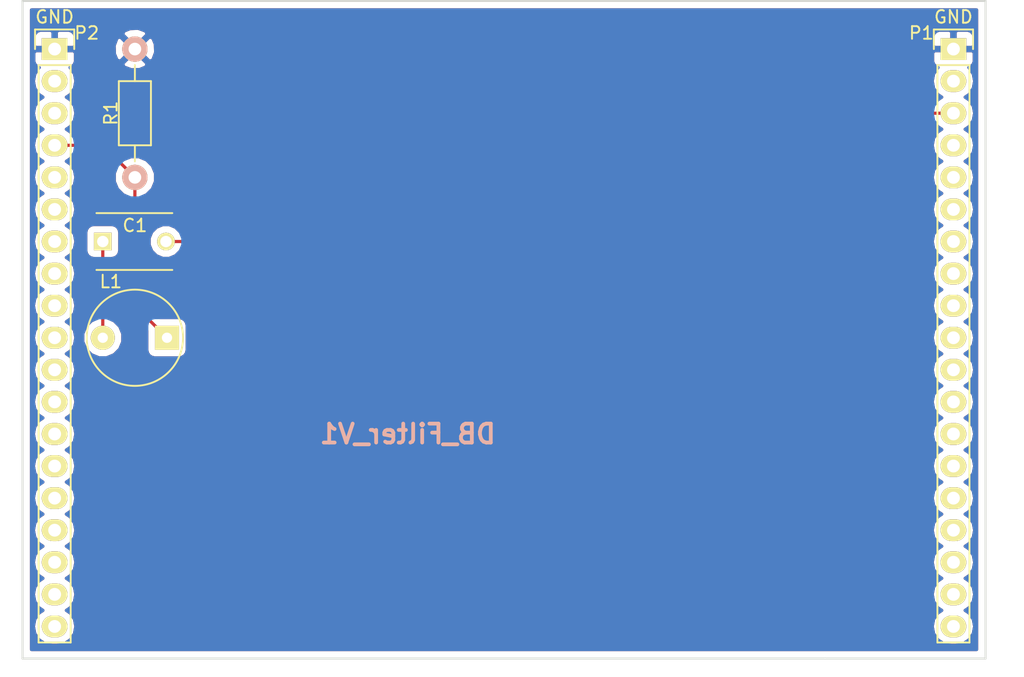
<source format=kicad_pcb>
(kicad_pcb (version 4) (host pcbnew 4.0.3+e1-6302~38~ubuntu16.04.1-stable)

  (general
    (links 6)
    (no_connects 0)
    (area 81.961667 59.614999 163.148334 113.47)
    (thickness 1.6)
    (drawings 6)
    (tracks 8)
    (zones 0)
    (modules 5)
    (nets 39)
  )

  (page A4)
  (layers
    (0 F.Cu signal)
    (31 B.Cu signal)
    (32 B.Adhes user)
    (33 F.Adhes user)
    (34 B.Paste user)
    (35 F.Paste user)
    (36 B.SilkS user)
    (37 F.SilkS user)
    (38 B.Mask user)
    (39 F.Mask user)
    (40 Dwgs.User user)
    (41 Cmts.User user)
    (42 Eco1.User user)
    (43 Eco2.User user)
    (44 Edge.Cuts user)
    (45 Margin user)
    (46 B.CrtYd user)
    (47 F.CrtYd user)
    (48 B.Fab user)
    (49 F.Fab user)
  )

  (setup
    (last_trace_width 0.25)
    (trace_clearance 0.2)
    (zone_clearance 0.508)
    (zone_45_only no)
    (trace_min 0.2)
    (segment_width 0.2)
    (edge_width 0.15)
    (via_size 0.6)
    (via_drill 0.4)
    (via_min_size 0.4)
    (via_min_drill 0.3)
    (uvia_size 0.3)
    (uvia_drill 0.1)
    (uvias_allowed no)
    (uvia_min_size 0.2)
    (uvia_min_drill 0.1)
    (pcb_text_width 0.3)
    (pcb_text_size 1.5 1.5)
    (mod_edge_width 0.15)
    (mod_text_size 1 1)
    (mod_text_width 0.15)
    (pad_size 1.524 1.524)
    (pad_drill 0.762)
    (pad_to_mask_clearance 0.2)
    (aux_axis_origin 0 0)
    (visible_elements 7FFFFFFF)
    (pcbplotparams
      (layerselection 0x000f0_80000001)
      (usegerberextensions false)
      (excludeedgelayer true)
      (linewidth 0.100000)
      (plotframeref false)
      (viasonmask false)
      (mode 1)
      (useauxorigin false)
      (hpglpennumber 1)
      (hpglpenspeed 20)
      (hpglpendiameter 15)
      (hpglpenoverlay 2)
      (psnegative false)
      (psa4output false)
      (plotreference true)
      (plotvalue true)
      (plotinvisibletext false)
      (padsonsilk false)
      (subtractmaskfromsilk false)
      (outputformat 1)
      (mirror false)
      (drillshape 0)
      (scaleselection 1)
      (outputdirectory gerber/))
  )

  (net 0 "")
  (net 1 "Net-(C1-Pad1)")
  (net 2 "Net-(C1-Pad2)")
  (net 3 "Net-(L1-Pad1)")
  (net 4 GND)
  (net 5 "Net-(P1-Pad2)")
  (net 6 "Net-(P1-Pad4)")
  (net 7 "Net-(P1-Pad5)")
  (net 8 "Net-(P1-Pad6)")
  (net 9 "Net-(P1-Pad7)")
  (net 10 "Net-(P1-Pad8)")
  (net 11 "Net-(P1-Pad9)")
  (net 12 "Net-(P1-Pad10)")
  (net 13 "Net-(P1-Pad11)")
  (net 14 "Net-(P1-Pad12)")
  (net 15 "Net-(P1-Pad13)")
  (net 16 "Net-(P1-Pad14)")
  (net 17 "Net-(P1-Pad15)")
  (net 18 "Net-(P1-Pad16)")
  (net 19 "Net-(P1-Pad17)")
  (net 20 "Net-(P1-Pad18)")
  (net 21 "Net-(P1-Pad19)")
  (net 22 "Net-(P2-Pad2)")
  (net 23 "Net-(P2-Pad3)")
  (net 24 "Net-(P2-Pad5)")
  (net 25 "Net-(P2-Pad6)")
  (net 26 "Net-(P2-Pad7)")
  (net 27 "Net-(P2-Pad8)")
  (net 28 "Net-(P2-Pad9)")
  (net 29 "Net-(P2-Pad10)")
  (net 30 "Net-(P2-Pad11)")
  (net 31 "Net-(P2-Pad12)")
  (net 32 "Net-(P2-Pad13)")
  (net 33 "Net-(P2-Pad14)")
  (net 34 "Net-(P2-Pad15)")
  (net 35 "Net-(P2-Pad16)")
  (net 36 "Net-(P2-Pad17)")
  (net 37 "Net-(P2-Pad18)")
  (net 38 "Net-(P2-Pad19)")

  (net_class Default "This is the default net class."
    (clearance 0.2)
    (trace_width 0.25)
    (via_dia 0.6)
    (via_drill 0.4)
    (uvia_dia 0.3)
    (uvia_drill 0.1)
    (add_net GND)
    (add_net "Net-(C1-Pad1)")
    (add_net "Net-(C1-Pad2)")
    (add_net "Net-(L1-Pad1)")
    (add_net "Net-(P1-Pad10)")
    (add_net "Net-(P1-Pad11)")
    (add_net "Net-(P1-Pad12)")
    (add_net "Net-(P1-Pad13)")
    (add_net "Net-(P1-Pad14)")
    (add_net "Net-(P1-Pad15)")
    (add_net "Net-(P1-Pad16)")
    (add_net "Net-(P1-Pad17)")
    (add_net "Net-(P1-Pad18)")
    (add_net "Net-(P1-Pad19)")
    (add_net "Net-(P1-Pad2)")
    (add_net "Net-(P1-Pad4)")
    (add_net "Net-(P1-Pad5)")
    (add_net "Net-(P1-Pad6)")
    (add_net "Net-(P1-Pad7)")
    (add_net "Net-(P1-Pad8)")
    (add_net "Net-(P1-Pad9)")
    (add_net "Net-(P2-Pad10)")
    (add_net "Net-(P2-Pad11)")
    (add_net "Net-(P2-Pad12)")
    (add_net "Net-(P2-Pad13)")
    (add_net "Net-(P2-Pad14)")
    (add_net "Net-(P2-Pad15)")
    (add_net "Net-(P2-Pad16)")
    (add_net "Net-(P2-Pad17)")
    (add_net "Net-(P2-Pad18)")
    (add_net "Net-(P2-Pad19)")
    (add_net "Net-(P2-Pad2)")
    (add_net "Net-(P2-Pad3)")
    (add_net "Net-(P2-Pad5)")
    (add_net "Net-(P2-Pad6)")
    (add_net "Net-(P2-Pad7)")
    (add_net "Net-(P2-Pad8)")
    (add_net "Net-(P2-Pad9)")
  )

  (module echopen:Resistor_TH_common (layer F.Cu) (tedit 57B4681A) (tstamp 57AC9F51)
    (at 92.71 73.66 90)
    (descr "Resistor, Axial,  RM 10mm, 1/3W")
    (tags "Resistor Axial RM 10mm 1/3W")
    (path /57A4BBB6)
    (fp_text reference R1 (at 5.08 -1.905 90) (layer F.SilkS)
      (effects (font (size 1 1) (thickness 0.15)))
    )
    (fp_text value 330 (at 5.08 1.905 90) (layer F.Fab)
      (effects (font (size 1 1) (thickness 0.15)))
    )
    (fp_line (start -1.25 -1.5) (end 11.4 -1.5) (layer F.CrtYd) (width 0.05))
    (fp_line (start -1.25 1.5) (end -1.25 -1.5) (layer F.CrtYd) (width 0.05))
    (fp_line (start 11.4 -1.5) (end 11.4 1.5) (layer F.CrtYd) (width 0.05))
    (fp_line (start -1.25 1.5) (end 11.4 1.5) (layer F.CrtYd) (width 0.05))
    (fp_line (start 2.54 -1.27) (end 7.62 -1.27) (layer F.SilkS) (width 0.15))
    (fp_line (start 7.62 -1.27) (end 7.62 1.27) (layer F.SilkS) (width 0.15))
    (fp_line (start 7.62 1.27) (end 2.54 1.27) (layer F.SilkS) (width 0.15))
    (fp_line (start 2.54 1.27) (end 2.54 -1.27) (layer F.SilkS) (width 0.15))
    (fp_line (start 2.54 0) (end 1.27 0) (layer F.SilkS) (width 0.15))
    (fp_line (start 7.62 0) (end 8.89 0) (layer F.SilkS) (width 0.15))
    (pad 1 thru_hole circle (at 0 0 90) (size 1.99898 1.99898) (drill 1.00076) (layers *.Cu *.SilkS *.Mask)
      (net 3 "Net-(L1-Pad1)"))
    (pad 2 thru_hole circle (at 10.16 0 90) (size 1.99898 1.99898) (drill 1.00076) (layers *.Cu *.SilkS *.Mask)
      (net 4 GND))
    (model Resistors_ThroughHole.3dshapes/Resistor_Horizontal_RM10mm.wrl
      (at (xyz 0.2 0 0))
      (scale (xyz 0.4 0.4 0.4))
      (rotate (xyz 0 0 0))
    )
  )

  (module echopen:C_TH_common (layer F.Cu) (tedit 57B463AA) (tstamp 57AC9F17)
    (at 90.17 78.74)
    (descr "Capacitor 6mm Disc, Pitch 5mm")
    (tags Capacitor)
    (path /57A4BA83)
    (fp_text reference C1 (at 2.54 -1.27) (layer F.SilkS)
      (effects (font (size 1 1) (thickness 0.15)))
    )
    (fp_text value 1n (at 2.54 1.27) (layer F.Fab)
      (effects (font (size 1 1) (thickness 0.15)))
    )
    (fp_line (start -0.95 -2.5) (end 5.95 -2.5) (layer F.CrtYd) (width 0.05))
    (fp_line (start 5.95 -2.5) (end 5.95 2.5) (layer F.CrtYd) (width 0.05))
    (fp_line (start 5.95 2.5) (end -0.95 2.5) (layer F.CrtYd) (width 0.05))
    (fp_line (start -0.95 2.5) (end -0.95 -2.5) (layer F.CrtYd) (width 0.05))
    (fp_line (start -0.5 -2.25) (end 5.5 -2.25) (layer F.SilkS) (width 0.15))
    (fp_line (start 5.5 2.25) (end -0.5 2.25) (layer F.SilkS) (width 0.15))
    (pad 1 thru_hole rect (at 0 0) (size 1.4 1.4) (drill 0.9) (layers *.Cu *.Mask F.SilkS)
      (net 1 "Net-(C1-Pad1)"))
    (pad 2 thru_hole circle (at 5 0) (size 1.4 1.4) (drill 0.9) (layers *.Cu *.Mask F.SilkS)
      (net 2 "Net-(C1-Pad2)"))
    (model Capacitors_ThroughHole.3dshapes/C_Disc_D6_P5.wrl
      (at (xyz 0.098425 0 0))
      (scale (xyz 1 1 1))
      (rotate (xyz 0 0 0))
    )
  )

  (module echopen:INDUCTOR_TH_common (layer F.Cu) (tedit 57B46885) (tstamp 57AC9F1D)
    (at 92.71 86.36 180)
    (descr "Inductor (vertical)")
    (tags INDUCTOR)
    (path /57A4BB11)
    (fp_text reference L1 (at 1.905 4.445 180) (layer F.SilkS)
      (effects (font (size 1 1) (thickness 0.15)))
    )
    (fp_text value 10u (at 0.09906 -1.99898 180) (layer F.Fab)
      (effects (font (size 1 1) (thickness 0.15)))
    )
    (fp_circle (center 0 0) (end 3.81 0) (layer F.SilkS) (width 0.15))
    (pad 1 thru_hole rect (at -2.54 0 180) (size 1.905 1.905) (drill 0.8128) (layers *.Cu *.Mask F.SilkS)
      (net 3 "Net-(L1-Pad1)"))
    (pad 2 thru_hole circle (at 2.54 0 180) (size 1.905 1.905) (drill 0.8128) (layers *.Cu *.Mask F.SilkS)
      (net 1 "Net-(C1-Pad1)"))
    (model Inductors.3dshapes/INDUCTOR_V.wrl
      (at (xyz 0 0 0))
      (scale (xyz 2 2 2))
      (rotate (xyz 0 0 0))
    )
  )

  (module Echopen:Header_1x19 (layer F.Cu) (tedit 57BB39E0) (tstamp 57AC9F4B)
    (at 86.36 86.36)
    (descr "Through hole socket strip")
    (tags "socket strip")
    (path /57A89932)
    (fp_text reference P2 (at 2.54 -24.13) (layer F.SilkS)
      (effects (font (size 1 1) (thickness 0.15)))
    )
    (fp_text value CONN_01X19 (at 0.635 26.035) (layer F.Fab)
      (effects (font (size 1 1) (thickness 0.15)))
    )
    (fp_text user GND (at 0 -25.4) (layer F.SilkS)
      (effects (font (size 1 1) (thickness 0.15)))
    )
    (fp_line (start 1.75 -24.61) (end -1.75 -24.61) (layer F.CrtYd) (width 0.05))
    (fp_line (start 1.75 24.64) (end -1.75 24.64) (layer F.CrtYd) (width 0.05))
    (fp_line (start 1.75 -24.61) (end 1.75 24.64) (layer F.CrtYd) (width 0.05))
    (fp_line (start -1.75 -24.61) (end -1.75 24.64) (layer F.CrtYd) (width 0.05))
    (fp_line (start -1.27 -21.59) (end -1.27 24.13) (layer F.SilkS) (width 0.15))
    (fp_line (start -1.27 24.13) (end 1.27 24.13) (layer F.SilkS) (width 0.15))
    (fp_line (start 1.27 24.13) (end 1.27 -21.59) (layer F.SilkS) (width 0.15))
    (fp_line (start -1.55 -24.41) (end -1.55 -22.86) (layer F.SilkS) (width 0.15))
    (fp_line (start -1.27 -21.59) (end 1.27 -21.59) (layer F.SilkS) (width 0.15))
    (fp_line (start 1.55 -22.86) (end 1.55 -24.41) (layer F.SilkS) (width 0.15))
    (fp_line (start 1.55 -24.41) (end -1.55 -24.41) (layer F.SilkS) (width 0.15))
    (pad 1 thru_hole rect (at 0 -22.86 270) (size 1.7272 2.032) (drill 1.016) (layers *.Cu *.Mask F.SilkS)
      (net 4 GND))
    (pad 2 thru_hole oval (at 0 -20.32 270) (size 1.7272 2.032) (drill 1.016) (layers *.Cu *.Mask F.SilkS)
      (net 22 "Net-(P2-Pad2)"))
    (pad 3 thru_hole oval (at 0 -17.78 270) (size 1.7272 2.032) (drill 1.016) (layers *.Cu *.Mask F.SilkS)
      (net 23 "Net-(P2-Pad3)"))
    (pad 4 thru_hole oval (at 0 -15.24 270) (size 1.7272 2.032) (drill 1.016) (layers *.Cu *.Mask F.SilkS)
      (net 3 "Net-(L1-Pad1)"))
    (pad 5 thru_hole oval (at 0 -12.7 270) (size 1.7272 2.032) (drill 1.016) (layers *.Cu *.Mask F.SilkS)
      (net 24 "Net-(P2-Pad5)"))
    (pad 6 thru_hole oval (at 0 -10.16 270) (size 1.7272 2.032) (drill 1.016) (layers *.Cu *.Mask F.SilkS)
      (net 25 "Net-(P2-Pad6)"))
    (pad 7 thru_hole oval (at 0 -7.62 270) (size 1.7272 2.032) (drill 1.016) (layers *.Cu *.Mask F.SilkS)
      (net 26 "Net-(P2-Pad7)"))
    (pad 8 thru_hole oval (at 0 -5.08 270) (size 1.7272 2.032) (drill 1.016) (layers *.Cu *.Mask F.SilkS)
      (net 27 "Net-(P2-Pad8)"))
    (pad 9 thru_hole oval (at 0 -2.54 270) (size 1.7272 2.032) (drill 1.016) (layers *.Cu *.Mask F.SilkS)
      (net 28 "Net-(P2-Pad9)"))
    (pad 10 thru_hole oval (at 0 0 270) (size 1.7272 2.032) (drill 1.016) (layers *.Cu *.Mask F.SilkS)
      (net 29 "Net-(P2-Pad10)"))
    (pad 11 thru_hole oval (at 0 2.54 270) (size 1.7272 2.032) (drill 1.016) (layers *.Cu *.Mask F.SilkS)
      (net 30 "Net-(P2-Pad11)"))
    (pad 12 thru_hole oval (at 0 5.08 270) (size 1.7272 2.032) (drill 1.016) (layers *.Cu *.Mask F.SilkS)
      (net 31 "Net-(P2-Pad12)"))
    (pad 13 thru_hole oval (at 0 7.62 270) (size 1.7272 2.032) (drill 1.016) (layers *.Cu *.Mask F.SilkS)
      (net 32 "Net-(P2-Pad13)"))
    (pad 14 thru_hole oval (at 0 10.16 270) (size 1.7272 2.032) (drill 1.016) (layers *.Cu *.Mask F.SilkS)
      (net 33 "Net-(P2-Pad14)"))
    (pad 15 thru_hole oval (at 0 12.7 270) (size 1.7272 2.032) (drill 1.016) (layers *.Cu *.Mask F.SilkS)
      (net 34 "Net-(P2-Pad15)"))
    (pad 16 thru_hole oval (at 0 15.24 270) (size 1.7272 2.032) (drill 1.016) (layers *.Cu *.Mask F.SilkS)
      (net 35 "Net-(P2-Pad16)"))
    (pad 17 thru_hole oval (at 0 17.78 270) (size 1.7272 2.032) (drill 1.016) (layers *.Cu *.Mask F.SilkS)
      (net 36 "Net-(P2-Pad17)"))
    (pad 18 thru_hole oval (at 0 20.32 270) (size 1.7272 2.032) (drill 1.016) (layers *.Cu *.Mask F.SilkS)
      (net 37 "Net-(P2-Pad18)"))
    (pad 19 thru_hole oval (at 0 22.86 270) (size 1.7272 2.032) (drill 1.016) (layers *.Cu *.Mask F.SilkS)
      (net 38 "Net-(P2-Pad19)"))
    (model Socket_Strips.3dshapes/Socket_Strip_Straight_1x19.wrl
      (at (xyz 0 0 0))
      (scale (xyz 1 1 1))
      (rotate (xyz 0 0 90))
    )
  )

  (module Echopen:Header_1x19 (layer F.Cu) (tedit 57BB39DA) (tstamp 57AC9F34)
    (at 157.48 86.36)
    (descr "Through hole socket strip")
    (tags "socket strip")
    (path /57A84EF6)
    (fp_text reference P1 (at -2.54 -24.13) (layer F.SilkS)
      (effects (font (size 1 1) (thickness 0.15)))
    )
    (fp_text value CONN_01X19 (at 0.635 26.035) (layer F.Fab)
      (effects (font (size 1 1) (thickness 0.15)))
    )
    (fp_text user GND (at 0 -25.4) (layer F.SilkS)
      (effects (font (size 1 1) (thickness 0.15)))
    )
    (fp_line (start 1.75 -24.61) (end -1.75 -24.61) (layer F.CrtYd) (width 0.05))
    (fp_line (start 1.75 24.64) (end -1.75 24.64) (layer F.CrtYd) (width 0.05))
    (fp_line (start 1.75 -24.61) (end 1.75 24.64) (layer F.CrtYd) (width 0.05))
    (fp_line (start -1.75 -24.61) (end -1.75 24.64) (layer F.CrtYd) (width 0.05))
    (fp_line (start -1.27 -21.59) (end -1.27 24.13) (layer F.SilkS) (width 0.15))
    (fp_line (start -1.27 24.13) (end 1.27 24.13) (layer F.SilkS) (width 0.15))
    (fp_line (start 1.27 24.13) (end 1.27 -21.59) (layer F.SilkS) (width 0.15))
    (fp_line (start -1.55 -24.41) (end -1.55 -22.86) (layer F.SilkS) (width 0.15))
    (fp_line (start -1.27 -21.59) (end 1.27 -21.59) (layer F.SilkS) (width 0.15))
    (fp_line (start 1.55 -22.86) (end 1.55 -24.41) (layer F.SilkS) (width 0.15))
    (fp_line (start 1.55 -24.41) (end -1.55 -24.41) (layer F.SilkS) (width 0.15))
    (pad 1 thru_hole rect (at 0 -22.86 270) (size 1.7272 2.032) (drill 1.016) (layers *.Cu *.Mask F.SilkS)
      (net 4 GND))
    (pad 2 thru_hole oval (at 0 -20.32 270) (size 1.7272 2.032) (drill 1.016) (layers *.Cu *.Mask F.SilkS)
      (net 5 "Net-(P1-Pad2)"))
    (pad 3 thru_hole oval (at 0 -17.78 270) (size 1.7272 2.032) (drill 1.016) (layers *.Cu *.Mask F.SilkS)
      (net 2 "Net-(C1-Pad2)"))
    (pad 4 thru_hole oval (at 0 -15.24 270) (size 1.7272 2.032) (drill 1.016) (layers *.Cu *.Mask F.SilkS)
      (net 6 "Net-(P1-Pad4)"))
    (pad 5 thru_hole oval (at 0 -12.7 270) (size 1.7272 2.032) (drill 1.016) (layers *.Cu *.Mask F.SilkS)
      (net 7 "Net-(P1-Pad5)"))
    (pad 6 thru_hole oval (at 0 -10.16 270) (size 1.7272 2.032) (drill 1.016) (layers *.Cu *.Mask F.SilkS)
      (net 8 "Net-(P1-Pad6)"))
    (pad 7 thru_hole oval (at 0 -7.62 270) (size 1.7272 2.032) (drill 1.016) (layers *.Cu *.Mask F.SilkS)
      (net 9 "Net-(P1-Pad7)"))
    (pad 8 thru_hole oval (at 0 -5.08 270) (size 1.7272 2.032) (drill 1.016) (layers *.Cu *.Mask F.SilkS)
      (net 10 "Net-(P1-Pad8)"))
    (pad 9 thru_hole oval (at 0 -2.54 270) (size 1.7272 2.032) (drill 1.016) (layers *.Cu *.Mask F.SilkS)
      (net 11 "Net-(P1-Pad9)"))
    (pad 10 thru_hole oval (at 0 0 270) (size 1.7272 2.032) (drill 1.016) (layers *.Cu *.Mask F.SilkS)
      (net 12 "Net-(P1-Pad10)"))
    (pad 11 thru_hole oval (at 0 2.54 270) (size 1.7272 2.032) (drill 1.016) (layers *.Cu *.Mask F.SilkS)
      (net 13 "Net-(P1-Pad11)"))
    (pad 12 thru_hole oval (at 0 5.08 270) (size 1.7272 2.032) (drill 1.016) (layers *.Cu *.Mask F.SilkS)
      (net 14 "Net-(P1-Pad12)"))
    (pad 13 thru_hole oval (at 0 7.62 270) (size 1.7272 2.032) (drill 1.016) (layers *.Cu *.Mask F.SilkS)
      (net 15 "Net-(P1-Pad13)"))
    (pad 14 thru_hole oval (at 0 10.16 270) (size 1.7272 2.032) (drill 1.016) (layers *.Cu *.Mask F.SilkS)
      (net 16 "Net-(P1-Pad14)"))
    (pad 15 thru_hole oval (at 0 12.7 270) (size 1.7272 2.032) (drill 1.016) (layers *.Cu *.Mask F.SilkS)
      (net 17 "Net-(P1-Pad15)"))
    (pad 16 thru_hole oval (at 0 15.24 270) (size 1.7272 2.032) (drill 1.016) (layers *.Cu *.Mask F.SilkS)
      (net 18 "Net-(P1-Pad16)"))
    (pad 17 thru_hole oval (at 0 17.78 270) (size 1.7272 2.032) (drill 1.016) (layers *.Cu *.Mask F.SilkS)
      (net 19 "Net-(P1-Pad17)"))
    (pad 18 thru_hole oval (at 0 20.32 270) (size 1.7272 2.032) (drill 1.016) (layers *.Cu *.Mask F.SilkS)
      (net 20 "Net-(P1-Pad18)"))
    (pad 19 thru_hole oval (at 0 22.86 270) (size 1.7272 2.032) (drill 1.016) (layers *.Cu *.Mask F.SilkS)
      (net 21 "Net-(P1-Pad19)"))
    (model Socket_Strips.3dshapes/Socket_Strip_Straight_1x19.wrl
      (at (xyz 0 0 0))
      (scale (xyz 1 1 1))
      (rotate (xyz 0 0 90))
    )
  )

  (gr_line (start 160.02 111.76) (end 147.32 111.76) (angle 90) (layer Edge.Cuts) (width 0.15))
  (gr_line (start 160.02 59.69) (end 160.02 111.76) (angle 90) (layer Edge.Cuts) (width 0.15))
  (gr_line (start 83.82 59.69) (end 160.02 59.69) (angle 90) (layer Edge.Cuts) (width 0.15))
  (gr_text DB_Filter_V1 (at 114.3 93.98) (layer B.SilkS)
    (effects (font (size 1.5 1.5) (thickness 0.3)) (justify mirror))
  )
  (gr_line (start 147.32 111.76) (end 83.82 111.76) (angle 90) (layer Edge.Cuts) (width 0.15))
  (gr_line (start 83.82 59.69) (end 83.82 111.76) (angle 90) (layer Edge.Cuts) (width 0.15))

  (segment (start 90.17 78.74) (end 90.17 86.36) (width 0.25) (layer F.Cu) (net 1))
  (segment (start 157.48 68.58) (end 144.78 68.58) (width 0.25) (layer F.Cu) (net 2))
  (segment (start 134.62 78.74) (end 144.78 68.58) (width 0.25) (layer F.Cu) (net 2) (tstamp 57BC7691))
  (segment (start 134.62 78.74) (end 95.17 78.74) (width 0.25) (layer F.Cu) (net 2))
  (segment (start 86.36 71.12) (end 90.17 71.12) (width 0.25) (layer F.Cu) (net 3))
  (segment (start 90.17 71.12) (end 92.71 73.66) (width 0.25) (layer F.Cu) (net 3) (tstamp 57BB3B3B))
  (segment (start 92.71 73.66) (end 92.71 83.82) (width 0.25) (layer F.Cu) (net 3))
  (segment (start 92.71 83.82) (end 95.25 86.36) (width 0.25) (layer F.Cu) (net 3) (tstamp 57BB3B64))

  (zone (net 4) (net_name GND) (layer F.Cu) (tstamp 57BEBF1C) (hatch edge 0.508)
    (connect_pads (clearance 0.508))
    (min_thickness 0.254)
    (fill yes (arc_segments 16) (thermal_gap 0.508) (thermal_bridge_width 0.508))
    (polygon
      (pts
        (xy 160.02 111.76) (xy 83.82 111.76) (xy 83.82 59.69) (xy 160.02 59.69)
      )
    )
    (filled_polygon
      (pts
        (xy 159.31 111.05) (xy 84.53 111.05) (xy 84.53 66.04) (xy 84.676655 66.04) (xy 84.790729 66.613489)
        (xy 85.115585 67.09967) (xy 85.430366 67.31) (xy 85.115585 67.52033) (xy 84.790729 68.006511) (xy 84.676655 68.58)
        (xy 84.790729 69.153489) (xy 85.115585 69.63967) (xy 85.430366 69.85) (xy 85.115585 70.06033) (xy 84.790729 70.546511)
        (xy 84.676655 71.12) (xy 84.790729 71.693489) (xy 85.115585 72.17967) (xy 85.430366 72.39) (xy 85.115585 72.60033)
        (xy 84.790729 73.086511) (xy 84.676655 73.66) (xy 84.790729 74.233489) (xy 85.115585 74.71967) (xy 85.430366 74.93)
        (xy 85.115585 75.14033) (xy 84.790729 75.626511) (xy 84.676655 76.2) (xy 84.790729 76.773489) (xy 85.115585 77.25967)
        (xy 85.430366 77.47) (xy 85.115585 77.68033) (xy 84.790729 78.166511) (xy 84.676655 78.74) (xy 84.790729 79.313489)
        (xy 85.115585 79.79967) (xy 85.430366 80.01) (xy 85.115585 80.22033) (xy 84.790729 80.706511) (xy 84.676655 81.28)
        (xy 84.790729 81.853489) (xy 85.115585 82.33967) (xy 85.430366 82.55) (xy 85.115585 82.76033) (xy 84.790729 83.246511)
        (xy 84.676655 83.82) (xy 84.790729 84.393489) (xy 85.115585 84.87967) (xy 85.430366 85.09) (xy 85.115585 85.30033)
        (xy 84.790729 85.786511) (xy 84.676655 86.36) (xy 84.790729 86.933489) (xy 85.115585 87.41967) (xy 85.430366 87.63)
        (xy 85.115585 87.84033) (xy 84.790729 88.326511) (xy 84.676655 88.9) (xy 84.790729 89.473489) (xy 85.115585 89.95967)
        (xy 85.430366 90.17) (xy 85.115585 90.38033) (xy 84.790729 90.866511) (xy 84.676655 91.44) (xy 84.790729 92.013489)
        (xy 85.115585 92.49967) (xy 85.430366 92.71) (xy 85.115585 92.92033) (xy 84.790729 93.406511) (xy 84.676655 93.98)
        (xy 84.790729 94.553489) (xy 85.115585 95.03967) (xy 85.430366 95.25) (xy 85.115585 95.46033) (xy 84.790729 95.946511)
        (xy 84.676655 96.52) (xy 84.790729 97.093489) (xy 85.115585 97.57967) (xy 85.430366 97.79) (xy 85.115585 98.00033)
        (xy 84.790729 98.486511) (xy 84.676655 99.06) (xy 84.790729 99.633489) (xy 85.115585 100.11967) (xy 85.430366 100.33)
        (xy 85.115585 100.54033) (xy 84.790729 101.026511) (xy 84.676655 101.6) (xy 84.790729 102.173489) (xy 85.115585 102.65967)
        (xy 85.430366 102.87) (xy 85.115585 103.08033) (xy 84.790729 103.566511) (xy 84.676655 104.14) (xy 84.790729 104.713489)
        (xy 85.115585 105.19967) (xy 85.430366 105.41) (xy 85.115585 105.62033) (xy 84.790729 106.106511) (xy 84.676655 106.68)
        (xy 84.790729 107.253489) (xy 85.115585 107.73967) (xy 85.430366 107.95) (xy 85.115585 108.16033) (xy 84.790729 108.646511)
        (xy 84.676655 109.22) (xy 84.790729 109.793489) (xy 85.115585 110.27967) (xy 85.601766 110.604526) (xy 86.175255 110.7186)
        (xy 86.544745 110.7186) (xy 87.118234 110.604526) (xy 87.604415 110.27967) (xy 87.929271 109.793489) (xy 88.043345 109.22)
        (xy 87.929271 108.646511) (xy 87.604415 108.16033) (xy 87.289634 107.95) (xy 87.604415 107.73967) (xy 87.929271 107.253489)
        (xy 88.043345 106.68) (xy 87.929271 106.106511) (xy 87.604415 105.62033) (xy 87.289634 105.41) (xy 87.604415 105.19967)
        (xy 87.929271 104.713489) (xy 88.043345 104.14) (xy 87.929271 103.566511) (xy 87.604415 103.08033) (xy 87.289634 102.87)
        (xy 87.604415 102.65967) (xy 87.929271 102.173489) (xy 88.043345 101.6) (xy 87.929271 101.026511) (xy 87.604415 100.54033)
        (xy 87.289634 100.33) (xy 87.604415 100.11967) (xy 87.929271 99.633489) (xy 88.043345 99.06) (xy 87.929271 98.486511)
        (xy 87.604415 98.00033) (xy 87.289634 97.79) (xy 87.604415 97.57967) (xy 87.929271 97.093489) (xy 88.043345 96.52)
        (xy 87.929271 95.946511) (xy 87.604415 95.46033) (xy 87.289634 95.25) (xy 87.604415 95.03967) (xy 87.929271 94.553489)
        (xy 88.043345 93.98) (xy 87.929271 93.406511) (xy 87.604415 92.92033) (xy 87.289634 92.71) (xy 87.604415 92.49967)
        (xy 87.929271 92.013489) (xy 88.043345 91.44) (xy 87.929271 90.866511) (xy 87.604415 90.38033) (xy 87.289634 90.17)
        (xy 87.604415 89.95967) (xy 87.929271 89.473489) (xy 88.043345 88.9) (xy 87.929271 88.326511) (xy 87.604415 87.84033)
        (xy 87.289634 87.63) (xy 87.604415 87.41967) (xy 87.929271 86.933489) (xy 87.980809 86.674388) (xy 88.582225 86.674388)
        (xy 88.823398 87.258072) (xy 89.269579 87.705032) (xy 89.852841 87.947224) (xy 90.484388 87.947775) (xy 91.068072 87.706602)
        (xy 91.515032 87.260421) (xy 91.757224 86.677159) (xy 91.757775 86.045612) (xy 91.516602 85.461928) (xy 91.070421 85.014968)
        (xy 90.93 84.95666) (xy 90.93 80.07615) (xy 91.105317 80.043162) (xy 91.321441 79.90409) (xy 91.466431 79.69189)
        (xy 91.51744 79.44) (xy 91.51744 78.04) (xy 91.473162 77.804683) (xy 91.33409 77.588559) (xy 91.12189 77.443569)
        (xy 90.87 77.39256) (xy 89.47 77.39256) (xy 89.234683 77.436838) (xy 89.018559 77.57591) (xy 88.873569 77.78811)
        (xy 88.82256 78.04) (xy 88.82256 79.44) (xy 88.866838 79.675317) (xy 89.00591 79.891441) (xy 89.21811 80.036431)
        (xy 89.41 80.07529) (xy 89.41 84.956348) (xy 89.271928 85.013398) (xy 88.824968 85.459579) (xy 88.582776 86.042841)
        (xy 88.582225 86.674388) (xy 87.980809 86.674388) (xy 88.043345 86.36) (xy 87.929271 85.786511) (xy 87.604415 85.30033)
        (xy 87.289634 85.09) (xy 87.604415 84.87967) (xy 87.929271 84.393489) (xy 88.043345 83.82) (xy 87.929271 83.246511)
        (xy 87.604415 82.76033) (xy 87.289634 82.55) (xy 87.604415 82.33967) (xy 87.929271 81.853489) (xy 88.043345 81.28)
        (xy 87.929271 80.706511) (xy 87.604415 80.22033) (xy 87.289634 80.01) (xy 87.604415 79.79967) (xy 87.929271 79.313489)
        (xy 88.043345 78.74) (xy 87.929271 78.166511) (xy 87.604415 77.68033) (xy 87.289634 77.47) (xy 87.604415 77.25967)
        (xy 87.929271 76.773489) (xy 88.043345 76.2) (xy 87.929271 75.626511) (xy 87.604415 75.14033) (xy 87.289634 74.93)
        (xy 87.604415 74.71967) (xy 87.929271 74.233489) (xy 88.043345 73.66) (xy 87.929271 73.086511) (xy 87.604415 72.60033)
        (xy 87.289634 72.39) (xy 87.604415 72.17967) (xy 87.804648 71.88) (xy 89.855198 71.88) (xy 91.144115 73.168917)
        (xy 91.075794 73.333453) (xy 91.075226 73.983694) (xy 91.323538 74.584655) (xy 91.782927 75.044846) (xy 91.95 75.114221)
        (xy 91.95 83.82) (xy 92.007852 84.110839) (xy 92.172599 84.357401) (xy 93.65006 85.834862) (xy 93.65006 87.3125)
        (xy 93.694338 87.547817) (xy 93.83341 87.763941) (xy 94.04561 87.908931) (xy 94.2975 87.95994) (xy 96.2025 87.95994)
        (xy 96.437817 87.915662) (xy 96.653941 87.77659) (xy 96.798931 87.56439) (xy 96.84994 87.3125) (xy 96.84994 85.4075)
        (xy 96.805662 85.172183) (xy 96.66659 84.956059) (xy 96.45439 84.811069) (xy 96.2025 84.76006) (xy 94.724862 84.76006)
        (xy 93.47 83.505198) (xy 93.47 79.004383) (xy 93.834769 79.004383) (xy 94.037582 79.495229) (xy 94.412796 79.871098)
        (xy 94.903287 80.074768) (xy 95.434383 80.075231) (xy 95.925229 79.872418) (xy 96.298297 79.5) (xy 134.62 79.5)
        (xy 134.910839 79.442148) (xy 135.157401 79.277401) (xy 145.094802 69.34) (xy 156.035352 69.34) (xy 156.235585 69.63967)
        (xy 156.550366 69.85) (xy 156.235585 70.06033) (xy 155.910729 70.546511) (xy 155.796655 71.12) (xy 155.910729 71.693489)
        (xy 156.235585 72.17967) (xy 156.550366 72.39) (xy 156.235585 72.60033) (xy 155.910729 73.086511) (xy 155.796655 73.66)
        (xy 155.910729 74.233489) (xy 156.235585 74.71967) (xy 156.550366 74.93) (xy 156.235585 75.14033) (xy 155.910729 75.626511)
        (xy 155.796655 76.2) (xy 155.910729 76.773489) (xy 156.235585 77.25967) (xy 156.550366 77.47) (xy 156.235585 77.68033)
        (xy 155.910729 78.166511) (xy 155.796655 78.74) (xy 155.910729 79.313489) (xy 156.235585 79.79967) (xy 156.550366 80.01)
        (xy 156.235585 80.22033) (xy 155.910729 80.706511) (xy 155.796655 81.28) (xy 155.910729 81.853489) (xy 156.235585 82.33967)
        (xy 156.550366 82.55) (xy 156.235585 82.76033) (xy 155.910729 83.246511) (xy 155.796655 83.82) (xy 155.910729 84.393489)
        (xy 156.235585 84.87967) (xy 156.550366 85.09) (xy 156.235585 85.30033) (xy 155.910729 85.786511) (xy 155.796655 86.36)
        (xy 155.910729 86.933489) (xy 156.235585 87.41967) (xy 156.550366 87.63) (xy 156.235585 87.84033) (xy 155.910729 88.326511)
        (xy 155.796655 88.9) (xy 155.910729 89.473489) (xy 156.235585 89.95967) (xy 156.550366 90.17) (xy 156.235585 90.38033)
        (xy 155.910729 90.866511) (xy 155.796655 91.44) (xy 155.910729 92.013489) (xy 156.235585 92.49967) (xy 156.550366 92.71)
        (xy 156.235585 92.92033) (xy 155.910729 93.406511) (xy 155.796655 93.98) (xy 155.910729 94.553489) (xy 156.235585 95.03967)
        (xy 156.550366 95.25) (xy 156.235585 95.46033) (xy 155.910729 95.946511) (xy 155.796655 96.52) (xy 155.910729 97.093489)
        (xy 156.235585 97.57967) (xy 156.550366 97.79) (xy 156.235585 98.00033) (xy 155.910729 98.486511) (xy 155.796655 99.06)
        (xy 155.910729 99.633489) (xy 156.235585 100.11967) (xy 156.550366 100.33) (xy 156.235585 100.54033) (xy 155.910729 101.026511)
        (xy 155.796655 101.6) (xy 155.910729 102.173489) (xy 156.235585 102.65967) (xy 156.550366 102.87) (xy 156.235585 103.08033)
        (xy 155.910729 103.566511) (xy 155.796655 104.14) (xy 155.910729 104.713489) (xy 156.235585 105.19967) (xy 156.550366 105.41)
        (xy 156.235585 105.62033) (xy 155.910729 106.106511) (xy 155.796655 106.68) (xy 155.910729 107.253489) (xy 156.235585 107.73967)
        (xy 156.550366 107.95) (xy 156.235585 108.16033) (xy 155.910729 108.646511) (xy 155.796655 109.22) (xy 155.910729 109.793489)
        (xy 156.235585 110.27967) (xy 156.721766 110.604526) (xy 157.295255 110.7186) (xy 157.664745 110.7186) (xy 158.238234 110.604526)
        (xy 158.724415 110.27967) (xy 159.049271 109.793489) (xy 159.163345 109.22) (xy 159.049271 108.646511) (xy 158.724415 108.16033)
        (xy 158.409634 107.95) (xy 158.724415 107.73967) (xy 159.049271 107.253489) (xy 159.163345 106.68) (xy 159.049271 106.106511)
        (xy 158.724415 105.62033) (xy 158.409634 105.41) (xy 158.724415 105.19967) (xy 159.049271 104.713489) (xy 159.163345 104.14)
        (xy 159.049271 103.566511) (xy 158.724415 103.08033) (xy 158.409634 102.87) (xy 158.724415 102.65967) (xy 159.049271 102.173489)
        (xy 159.163345 101.6) (xy 159.049271 101.026511) (xy 158.724415 100.54033) (xy 158.409634 100.33) (xy 158.724415 100.11967)
        (xy 159.049271 99.633489) (xy 159.163345 99.06) (xy 159.049271 98.486511) (xy 158.724415 98.00033) (xy 158.409634 97.79)
        (xy 158.724415 97.57967) (xy 159.049271 97.093489) (xy 159.163345 96.52) (xy 159.049271 95.946511) (xy 158.724415 95.46033)
        (xy 158.409634 95.25) (xy 158.724415 95.03967) (xy 159.049271 94.553489) (xy 159.163345 93.98) (xy 159.049271 93.406511)
        (xy 158.724415 92.92033) (xy 158.409634 92.71) (xy 158.724415 92.49967) (xy 159.049271 92.013489) (xy 159.163345 91.44)
        (xy 159.049271 90.866511) (xy 158.724415 90.38033) (xy 158.409634 90.17) (xy 158.724415 89.95967) (xy 159.049271 89.473489)
        (xy 159.163345 88.9) (xy 159.049271 88.326511) (xy 158.724415 87.84033) (xy 158.409634 87.63) (xy 158.724415 87.41967)
        (xy 159.049271 86.933489) (xy 159.163345 86.36) (xy 159.049271 85.786511) (xy 158.724415 85.30033) (xy 158.409634 85.09)
        (xy 158.724415 84.87967) (xy 159.049271 84.393489) (xy 159.163345 83.82) (xy 159.049271 83.246511) (xy 158.724415 82.76033)
        (xy 158.409634 82.55) (xy 158.724415 82.33967) (xy 159.049271 81.853489) (xy 159.163345 81.28) (xy 159.049271 80.706511)
        (xy 158.724415 80.22033) (xy 158.409634 80.01) (xy 158.724415 79.79967) (xy 159.049271 79.313489) (xy 159.163345 78.74)
        (xy 159.049271 78.166511) (xy 158.724415 77.68033) (xy 158.409634 77.47) (xy 158.724415 77.25967) (xy 159.049271 76.773489)
        (xy 159.163345 76.2) (xy 159.049271 75.626511) (xy 158.724415 75.14033) (xy 158.409634 74.93) (xy 158.724415 74.71967)
        (xy 159.049271 74.233489) (xy 159.163345 73.66) (xy 159.049271 73.086511) (xy 158.724415 72.60033) (xy 158.409634 72.39)
        (xy 158.724415 72.17967) (xy 159.049271 71.693489) (xy 159.163345 71.12) (xy 159.049271 70.546511) (xy 158.724415 70.06033)
        (xy 158.409634 69.85) (xy 158.724415 69.63967) (xy 159.049271 69.153489) (xy 159.163345 68.58) (xy 159.049271 68.006511)
        (xy 158.724415 67.52033) (xy 158.409634 67.31) (xy 158.724415 67.09967) (xy 159.049271 66.613489) (xy 159.163345 66.04)
        (xy 159.049271 65.466511) (xy 158.724415 64.98033) (xy 158.70222 64.9655) (xy 158.855699 64.901927) (xy 159.034327 64.723298)
        (xy 159.131 64.489909) (xy 159.131 63.78575) (xy 158.97225 63.627) (xy 157.607 63.627) (xy 157.607 63.647)
        (xy 157.353 63.647) (xy 157.353 63.627) (xy 155.98775 63.627) (xy 155.829 63.78575) (xy 155.829 64.489909)
        (xy 155.925673 64.723298) (xy 156.104301 64.901927) (xy 156.25778 64.9655) (xy 156.235585 64.98033) (xy 155.910729 65.466511)
        (xy 155.796655 66.04) (xy 155.910729 66.613489) (xy 156.235585 67.09967) (xy 156.550366 67.31) (xy 156.235585 67.52033)
        (xy 156.035352 67.82) (xy 144.78 67.82) (xy 144.489161 67.877852) (xy 144.242599 68.042599) (xy 134.305198 77.98)
        (xy 96.297655 77.98) (xy 95.927204 77.608902) (xy 95.436713 77.405232) (xy 94.905617 77.404769) (xy 94.414771 77.607582)
        (xy 94.038902 77.982796) (xy 93.835232 78.473287) (xy 93.834769 79.004383) (xy 93.47 79.004383) (xy 93.47 75.114496)
        (xy 93.634655 75.046462) (xy 94.094846 74.587073) (xy 94.344206 73.986547) (xy 94.344774 73.336306) (xy 94.096462 72.735345)
        (xy 93.637073 72.275154) (xy 93.036547 72.025794) (xy 92.386306 72.025226) (xy 92.219111 72.094309) (xy 90.707401 70.582599)
        (xy 90.460839 70.417852) (xy 90.17 70.36) (xy 87.804648 70.36) (xy 87.604415 70.06033) (xy 87.289634 69.85)
        (xy 87.604415 69.63967) (xy 87.929271 69.153489) (xy 88.043345 68.58) (xy 87.929271 68.006511) (xy 87.604415 67.52033)
        (xy 87.289634 67.31) (xy 87.604415 67.09967) (xy 87.929271 66.613489) (xy 88.043345 66.04) (xy 87.929271 65.466511)
        (xy 87.604415 64.98033) (xy 87.58222 64.9655) (xy 87.735699 64.901927) (xy 87.914327 64.723298) (xy 87.943792 64.652163)
        (xy 91.737443 64.652163) (xy 91.836042 64.918965) (xy 92.445582 65.145401) (xy 93.095377 65.121341) (xy 93.583958 64.918965)
        (xy 93.682557 64.652163) (xy 92.71 63.679605) (xy 91.737443 64.652163) (xy 87.943792 64.652163) (xy 88.011 64.489909)
        (xy 88.011 63.78575) (xy 87.85225 63.627) (xy 86.487 63.627) (xy 86.487 63.647) (xy 86.233 63.647)
        (xy 86.233 63.627) (xy 84.86775 63.627) (xy 84.709 63.78575) (xy 84.709 64.489909) (xy 84.805673 64.723298)
        (xy 84.984301 64.901927) (xy 85.13778 64.9655) (xy 85.115585 64.98033) (xy 84.790729 65.466511) (xy 84.676655 66.04)
        (xy 84.53 66.04) (xy 84.53 62.510091) (xy 84.709 62.510091) (xy 84.709 63.21425) (xy 84.86775 63.373)
        (xy 86.233 63.373) (xy 86.233 62.16015) (xy 86.487 62.16015) (xy 86.487 63.373) (xy 87.85225 63.373)
        (xy 87.989668 63.235582) (xy 91.064599 63.235582) (xy 91.088659 63.885377) (xy 91.291035 64.373958) (xy 91.557837 64.472557)
        (xy 92.530395 63.5) (xy 92.889605 63.5) (xy 93.862163 64.472557) (xy 94.128965 64.373958) (xy 94.355401 63.764418)
        (xy 94.331341 63.114623) (xy 94.128965 62.626042) (xy 93.862163 62.527443) (xy 92.889605 63.5) (xy 92.530395 63.5)
        (xy 91.557837 62.527443) (xy 91.291035 62.626042) (xy 91.064599 63.235582) (xy 87.989668 63.235582) (xy 88.011 63.21425)
        (xy 88.011 62.510091) (xy 87.943793 62.347837) (xy 91.737443 62.347837) (xy 92.71 63.320395) (xy 93.520303 62.510091)
        (xy 155.829 62.510091) (xy 155.829 63.21425) (xy 155.98775 63.373) (xy 157.353 63.373) (xy 157.353 62.16015)
        (xy 157.607 62.16015) (xy 157.607 63.373) (xy 158.97225 63.373) (xy 159.131 63.21425) (xy 159.131 62.510091)
        (xy 159.034327 62.276702) (xy 158.855699 62.098073) (xy 158.62231 62.0014) (xy 157.76575 62.0014) (xy 157.607 62.16015)
        (xy 157.353 62.16015) (xy 157.19425 62.0014) (xy 156.33769 62.0014) (xy 156.104301 62.098073) (xy 155.925673 62.276702)
        (xy 155.829 62.510091) (xy 93.520303 62.510091) (xy 93.682557 62.347837) (xy 93.583958 62.081035) (xy 92.974418 61.854599)
        (xy 92.324623 61.878659) (xy 91.836042 62.081035) (xy 91.737443 62.347837) (xy 87.943793 62.347837) (xy 87.914327 62.276702)
        (xy 87.735699 62.098073) (xy 87.50231 62.0014) (xy 86.64575 62.0014) (xy 86.487 62.16015) (xy 86.233 62.16015)
        (xy 86.07425 62.0014) (xy 85.21769 62.0014) (xy 84.984301 62.098073) (xy 84.805673 62.276702) (xy 84.709 62.510091)
        (xy 84.53 62.510091) (xy 84.53 60.4) (xy 159.31 60.4)
      )
    )
  )
  (zone (net 4) (net_name GND) (layer B.Cu) (tstamp 57BEBF1D) (hatch edge 0.508)
    (connect_pads (clearance 0.508))
    (min_thickness 0.254)
    (fill yes (arc_segments 16) (thermal_gap 0.508) (thermal_bridge_width 0.508))
    (polygon
      (pts
        (xy 160.02 111.76) (xy 83.82 111.76) (xy 83.82 59.69) (xy 160.02 59.69)
      )
    )
    (filled_polygon
      (pts
        (xy 159.31 111.05) (xy 84.53 111.05) (xy 84.53 66.04) (xy 84.676655 66.04) (xy 84.790729 66.613489)
        (xy 85.115585 67.09967) (xy 85.430366 67.31) (xy 85.115585 67.52033) (xy 84.790729 68.006511) (xy 84.676655 68.58)
        (xy 84.790729 69.153489) (xy 85.115585 69.63967) (xy 85.430366 69.85) (xy 85.115585 70.06033) (xy 84.790729 70.546511)
        (xy 84.676655 71.12) (xy 84.790729 71.693489) (xy 85.115585 72.17967) (xy 85.430366 72.39) (xy 85.115585 72.60033)
        (xy 84.790729 73.086511) (xy 84.676655 73.66) (xy 84.790729 74.233489) (xy 85.115585 74.71967) (xy 85.430366 74.93)
        (xy 85.115585 75.14033) (xy 84.790729 75.626511) (xy 84.676655 76.2) (xy 84.790729 76.773489) (xy 85.115585 77.25967)
        (xy 85.430366 77.47) (xy 85.115585 77.68033) (xy 84.790729 78.166511) (xy 84.676655 78.74) (xy 84.790729 79.313489)
        (xy 85.115585 79.79967) (xy 85.430366 80.01) (xy 85.115585 80.22033) (xy 84.790729 80.706511) (xy 84.676655 81.28)
        (xy 84.790729 81.853489) (xy 85.115585 82.33967) (xy 85.430366 82.55) (xy 85.115585 82.76033) (xy 84.790729 83.246511)
        (xy 84.676655 83.82) (xy 84.790729 84.393489) (xy 85.115585 84.87967) (xy 85.430366 85.09) (xy 85.115585 85.30033)
        (xy 84.790729 85.786511) (xy 84.676655 86.36) (xy 84.790729 86.933489) (xy 85.115585 87.41967) (xy 85.430366 87.63)
        (xy 85.115585 87.84033) (xy 84.790729 88.326511) (xy 84.676655 88.9) (xy 84.790729 89.473489) (xy 85.115585 89.95967)
        (xy 85.430366 90.17) (xy 85.115585 90.38033) (xy 84.790729 90.866511) (xy 84.676655 91.44) (xy 84.790729 92.013489)
        (xy 85.115585 92.49967) (xy 85.430366 92.71) (xy 85.115585 92.92033) (xy 84.790729 93.406511) (xy 84.676655 93.98)
        (xy 84.790729 94.553489) (xy 85.115585 95.03967) (xy 85.430366 95.25) (xy 85.115585 95.46033) (xy 84.790729 95.946511)
        (xy 84.676655 96.52) (xy 84.790729 97.093489) (xy 85.115585 97.57967) (xy 85.430366 97.79) (xy 85.115585 98.00033)
        (xy 84.790729 98.486511) (xy 84.676655 99.06) (xy 84.790729 99.633489) (xy 85.115585 100.11967) (xy 85.430366 100.33)
        (xy 85.115585 100.54033) (xy 84.790729 101.026511) (xy 84.676655 101.6) (xy 84.790729 102.173489) (xy 85.115585 102.65967)
        (xy 85.430366 102.87) (xy 85.115585 103.08033) (xy 84.790729 103.566511) (xy 84.676655 104.14) (xy 84.790729 104.713489)
        (xy 85.115585 105.19967) (xy 85.430366 105.41) (xy 85.115585 105.62033) (xy 84.790729 106.106511) (xy 84.676655 106.68)
        (xy 84.790729 107.253489) (xy 85.115585 107.73967) (xy 85.430366 107.95) (xy 85.115585 108.16033) (xy 84.790729 108.646511)
        (xy 84.676655 109.22) (xy 84.790729 109.793489) (xy 85.115585 110.27967) (xy 85.601766 110.604526) (xy 86.175255 110.7186)
        (xy 86.544745 110.7186) (xy 87.118234 110.604526) (xy 87.604415 110.27967) (xy 87.929271 109.793489) (xy 88.043345 109.22)
        (xy 87.929271 108.646511) (xy 87.604415 108.16033) (xy 87.289634 107.95) (xy 87.604415 107.73967) (xy 87.929271 107.253489)
        (xy 88.043345 106.68) (xy 87.929271 106.106511) (xy 87.604415 105.62033) (xy 87.289634 105.41) (xy 87.604415 105.19967)
        (xy 87.929271 104.713489) (xy 88.043345 104.14) (xy 87.929271 103.566511) (xy 87.604415 103.08033) (xy 87.289634 102.87)
        (xy 87.604415 102.65967) (xy 87.929271 102.173489) (xy 88.043345 101.6) (xy 87.929271 101.026511) (xy 87.604415 100.54033)
        (xy 87.289634 100.33) (xy 87.604415 100.11967) (xy 87.929271 99.633489) (xy 88.043345 99.06) (xy 87.929271 98.486511)
        (xy 87.604415 98.00033) (xy 87.289634 97.79) (xy 87.604415 97.57967) (xy 87.929271 97.093489) (xy 88.043345 96.52)
        (xy 87.929271 95.946511) (xy 87.604415 95.46033) (xy 87.289634 95.25) (xy 87.604415 95.03967) (xy 87.929271 94.553489)
        (xy 88.043345 93.98) (xy 87.929271 93.406511) (xy 87.604415 92.92033) (xy 87.289634 92.71) (xy 87.604415 92.49967)
        (xy 87.929271 92.013489) (xy 88.043345 91.44) (xy 87.929271 90.866511) (xy 87.604415 90.38033) (xy 87.289634 90.17)
        (xy 87.604415 89.95967) (xy 87.929271 89.473489) (xy 88.043345 88.9) (xy 87.929271 88.326511) (xy 87.604415 87.84033)
        (xy 87.289634 87.63) (xy 87.604415 87.41967) (xy 87.929271 86.933489) (xy 87.980809 86.674388) (xy 88.582225 86.674388)
        (xy 88.823398 87.258072) (xy 89.269579 87.705032) (xy 89.852841 87.947224) (xy 90.484388 87.947775) (xy 91.068072 87.706602)
        (xy 91.515032 87.260421) (xy 91.757224 86.677159) (xy 91.757775 86.045612) (xy 91.516602 85.461928) (xy 91.462269 85.4075)
        (xy 93.65006 85.4075) (xy 93.65006 87.3125) (xy 93.694338 87.547817) (xy 93.83341 87.763941) (xy 94.04561 87.908931)
        (xy 94.2975 87.95994) (xy 96.2025 87.95994) (xy 96.437817 87.915662) (xy 96.653941 87.77659) (xy 96.798931 87.56439)
        (xy 96.84994 87.3125) (xy 96.84994 85.4075) (xy 96.805662 85.172183) (xy 96.66659 84.956059) (xy 96.45439 84.811069)
        (xy 96.2025 84.76006) (xy 94.2975 84.76006) (xy 94.062183 84.804338) (xy 93.846059 84.94341) (xy 93.701069 85.15561)
        (xy 93.65006 85.4075) (xy 91.462269 85.4075) (xy 91.070421 85.014968) (xy 90.487159 84.772776) (xy 89.855612 84.772225)
        (xy 89.271928 85.013398) (xy 88.824968 85.459579) (xy 88.582776 86.042841) (xy 88.582225 86.674388) (xy 87.980809 86.674388)
        (xy 88.043345 86.36) (xy 87.929271 85.786511) (xy 87.604415 85.30033) (xy 87.289634 85.09) (xy 87.604415 84.87967)
        (xy 87.929271 84.393489) (xy 88.043345 83.82) (xy 87.929271 83.246511) (xy 87.604415 82.76033) (xy 87.289634 82.55)
        (xy 87.604415 82.33967) (xy 87.929271 81.853489) (xy 88.043345 81.28) (xy 87.929271 80.706511) (xy 87.604415 80.22033)
        (xy 87.289634 80.01) (xy 87.604415 79.79967) (xy 87.929271 79.313489) (xy 88.043345 78.74) (xy 87.929271 78.166511)
        (xy 87.844739 78.04) (xy 88.82256 78.04) (xy 88.82256 79.44) (xy 88.866838 79.675317) (xy 89.00591 79.891441)
        (xy 89.21811 80.036431) (xy 89.47 80.08744) (xy 90.87 80.08744) (xy 91.105317 80.043162) (xy 91.321441 79.90409)
        (xy 91.466431 79.69189) (xy 91.51744 79.44) (xy 91.51744 79.004383) (xy 93.834769 79.004383) (xy 94.037582 79.495229)
        (xy 94.412796 79.871098) (xy 94.903287 80.074768) (xy 95.434383 80.075231) (xy 95.925229 79.872418) (xy 96.301098 79.497204)
        (xy 96.504768 79.006713) (xy 96.505231 78.475617) (xy 96.302418 77.984771) (xy 95.927204 77.608902) (xy 95.436713 77.405232)
        (xy 94.905617 77.404769) (xy 94.414771 77.607582) (xy 94.038902 77.982796) (xy 93.835232 78.473287) (xy 93.834769 79.004383)
        (xy 91.51744 79.004383) (xy 91.51744 78.04) (xy 91.473162 77.804683) (xy 91.33409 77.588559) (xy 91.12189 77.443569)
        (xy 90.87 77.39256) (xy 89.47 77.39256) (xy 89.234683 77.436838) (xy 89.018559 77.57591) (xy 88.873569 77.78811)
        (xy 88.82256 78.04) (xy 87.844739 78.04) (xy 87.604415 77.68033) (xy 87.289634 77.47) (xy 87.604415 77.25967)
        (xy 87.929271 76.773489) (xy 88.043345 76.2) (xy 87.929271 75.626511) (xy 87.604415 75.14033) (xy 87.289634 74.93)
        (xy 87.604415 74.71967) (xy 87.929271 74.233489) (xy 87.978958 73.983694) (xy 91.075226 73.983694) (xy 91.323538 74.584655)
        (xy 91.782927 75.044846) (xy 92.383453 75.294206) (xy 93.033694 75.294774) (xy 93.634655 75.046462) (xy 94.094846 74.587073)
        (xy 94.344206 73.986547) (xy 94.344774 73.336306) (xy 94.096462 72.735345) (xy 93.637073 72.275154) (xy 93.036547 72.025794)
        (xy 92.386306 72.025226) (xy 91.785345 72.273538) (xy 91.325154 72.732927) (xy 91.075794 73.333453) (xy 91.075226 73.983694)
        (xy 87.978958 73.983694) (xy 88.043345 73.66) (xy 87.929271 73.086511) (xy 87.604415 72.60033) (xy 87.289634 72.39)
        (xy 87.604415 72.17967) (xy 87.929271 71.693489) (xy 88.043345 71.12) (xy 87.929271 70.546511) (xy 87.604415 70.06033)
        (xy 87.289634 69.85) (xy 87.604415 69.63967) (xy 87.929271 69.153489) (xy 88.043345 68.58) (xy 87.929271 68.006511)
        (xy 87.604415 67.52033) (xy 87.289634 67.31) (xy 87.604415 67.09967) (xy 87.929271 66.613489) (xy 88.043345 66.04)
        (xy 155.796655 66.04) (xy 155.910729 66.613489) (xy 156.235585 67.09967) (xy 156.550366 67.31) (xy 156.235585 67.52033)
        (xy 155.910729 68.006511) (xy 155.796655 68.58) (xy 155.910729 69.153489) (xy 156.235585 69.63967) (xy 156.550366 69.85)
        (xy 156.235585 70.06033) (xy 155.910729 70.546511) (xy 155.796655 71.12) (xy 155.910729 71.693489) (xy 156.235585 72.17967)
        (xy 156.550366 72.39) (xy 156.235585 72.60033) (xy 155.910729 73.086511) (xy 155.796655 73.66) (xy 155.910729 74.233489)
        (xy 156.235585 74.71967) (xy 156.550366 74.93) (xy 156.235585 75.14033) (xy 155.910729 75.626511) (xy 155.796655 76.2)
        (xy 155.910729 76.773489) (xy 156.235585 77.25967) (xy 156.550366 77.47) (xy 156.235585 77.68033) (xy 155.910729 78.166511)
        (xy 155.796655 78.74) (xy 155.910729 79.313489) (xy 156.235585 79.79967) (xy 156.550366 80.01) (xy 156.235585 80.22033)
        (xy 155.910729 80.706511) (xy 155.796655 81.28) (xy 155.910729 81.853489) (xy 156.235585 82.33967) (xy 156.550366 82.55)
        (xy 156.235585 82.76033) (xy 155.910729 83.246511) (xy 155.796655 83.82) (xy 155.910729 84.393489) (xy 156.235585 84.87967)
        (xy 156.550366 85.09) (xy 156.235585 85.30033) (xy 155.910729 85.786511) (xy 155.796655 86.36) (xy 155.910729 86.933489)
        (xy 156.235585 87.41967) (xy 156.550366 87.63) (xy 156.235585 87.84033) (xy 155.910729 88.326511) (xy 155.796655 88.9)
        (xy 155.910729 89.473489) (xy 156.235585 89.95967) (xy 156.550366 90.17) (xy 156.235585 90.38033) (xy 155.910729 90.866511)
        (xy 155.796655 91.44) (xy 155.910729 92.013489) (xy 156.235585 92.49967) (xy 156.550366 92.71) (xy 156.235585 92.92033)
        (xy 155.910729 93.406511) (xy 155.796655 93.98) (xy 155.910729 94.553489) (xy 156.235585 95.03967) (xy 156.550366 95.25)
        (xy 156.235585 95.46033) (xy 155.910729 95.946511) (xy 155.796655 96.52) (xy 155.910729 97.093489) (xy 156.235585 97.57967)
        (xy 156.550366 97.79) (xy 156.235585 98.00033) (xy 155.910729 98.486511) (xy 155.796655 99.06) (xy 155.910729 99.633489)
        (xy 156.235585 100.11967) (xy 156.550366 100.33) (xy 156.235585 100.54033) (xy 155.910729 101.026511) (xy 155.796655 101.6)
        (xy 155.910729 102.173489) (xy 156.235585 102.65967) (xy 156.550366 102.87) (xy 156.235585 103.08033) (xy 155.910729 103.566511)
        (xy 155.796655 104.14) (xy 155.910729 104.713489) (xy 156.235585 105.19967) (xy 156.550366 105.41) (xy 156.235585 105.62033)
        (xy 155.910729 106.106511) (xy 155.796655 106.68) (xy 155.910729 107.253489) (xy 156.235585 107.73967) (xy 156.550366 107.95)
        (xy 156.235585 108.16033) (xy 155.910729 108.646511) (xy 155.796655 109.22) (xy 155.910729 109.793489) (xy 156.235585 110.27967)
        (xy 156.721766 110.604526) (xy 157.295255 110.7186) (xy 157.664745 110.7186) (xy 158.238234 110.604526) (xy 158.724415 110.27967)
        (xy 159.049271 109.793489) (xy 159.163345 109.22) (xy 159.049271 108.646511) (xy 158.724415 108.16033) (xy 158.409634 107.95)
        (xy 158.724415 107.73967) (xy 159.049271 107.253489) (xy 159.163345 106.68) (xy 159.049271 106.106511) (xy 158.724415 105.62033)
        (xy 158.409634 105.41) (xy 158.724415 105.19967) (xy 159.049271 104.713489) (xy 159.163345 104.14) (xy 159.049271 103.566511)
        (xy 158.724415 103.08033) (xy 158.409634 102.87) (xy 158.724415 102.65967) (xy 159.049271 102.173489) (xy 159.163345 101.6)
        (xy 159.049271 101.026511) (xy 158.724415 100.54033) (xy 158.409634 100.33) (xy 158.724415 100.11967) (xy 159.049271 99.633489)
        (xy 159.163345 99.06) (xy 159.049271 98.486511) (xy 158.724415 98.00033) (xy 158.409634 97.79) (xy 158.724415 97.57967)
        (xy 159.049271 97.093489) (xy 159.163345 96.52) (xy 159.049271 95.946511) (xy 158.724415 95.46033) (xy 158.409634 95.25)
        (xy 158.724415 95.03967) (xy 159.049271 94.553489) (xy 159.163345 93.98) (xy 159.049271 93.406511) (xy 158.724415 92.92033)
        (xy 158.409634 92.71) (xy 158.724415 92.49967) (xy 159.049271 92.013489) (xy 159.163345 91.44) (xy 159.049271 90.866511)
        (xy 158.724415 90.38033) (xy 158.409634 90.17) (xy 158.724415 89.95967) (xy 159.049271 89.473489) (xy 159.163345 88.9)
        (xy 159.049271 88.326511) (xy 158.724415 87.84033) (xy 158.409634 87.63) (xy 158.724415 87.41967) (xy 159.049271 86.933489)
        (xy 159.163345 86.36) (xy 159.049271 85.786511) (xy 158.724415 85.30033) (xy 158.409634 85.09) (xy 158.724415 84.87967)
        (xy 159.049271 84.393489) (xy 159.163345 83.82) (xy 159.049271 83.246511) (xy 158.724415 82.76033) (xy 158.409634 82.55)
        (xy 158.724415 82.33967) (xy 159.049271 81.853489) (xy 159.163345 81.28) (xy 159.049271 80.706511) (xy 158.724415 80.22033)
        (xy 158.409634 80.01) (xy 158.724415 79.79967) (xy 159.049271 79.313489) (xy 159.163345 78.74) (xy 159.049271 78.166511)
        (xy 158.724415 77.68033) (xy 158.409634 77.47) (xy 158.724415 77.25967) (xy 159.049271 76.773489) (xy 159.163345 76.2)
        (xy 159.049271 75.626511) (xy 158.724415 75.14033) (xy 158.409634 74.93) (xy 158.724415 74.71967) (xy 159.049271 74.233489)
        (xy 159.163345 73.66) (xy 159.049271 73.086511) (xy 158.724415 72.60033) (xy 158.409634 72.39) (xy 158.724415 72.17967)
        (xy 159.049271 71.693489) (xy 159.163345 71.12) (xy 159.049271 70.546511) (xy 158.724415 70.06033) (xy 158.409634 69.85)
        (xy 158.724415 69.63967) (xy 159.049271 69.153489) (xy 159.163345 68.58) (xy 159.049271 68.006511) (xy 158.724415 67.52033)
        (xy 158.409634 67.31) (xy 158.724415 67.09967) (xy 159.049271 66.613489) (xy 159.163345 66.04) (xy 159.049271 65.466511)
        (xy 158.724415 64.98033) (xy 158.70222 64.9655) (xy 158.855699 64.901927) (xy 159.034327 64.723298) (xy 159.131 64.489909)
        (xy 159.131 63.78575) (xy 158.97225 63.627) (xy 157.607 63.627) (xy 157.607 63.647) (xy 157.353 63.647)
        (xy 157.353 63.627) (xy 155.98775 63.627) (xy 155.829 63.78575) (xy 155.829 64.489909) (xy 155.925673 64.723298)
        (xy 156.104301 64.901927) (xy 156.25778 64.9655) (xy 156.235585 64.98033) (xy 155.910729 65.466511) (xy 155.796655 66.04)
        (xy 88.043345 66.04) (xy 87.929271 65.466511) (xy 87.604415 64.98033) (xy 87.58222 64.9655) (xy 87.735699 64.901927)
        (xy 87.914327 64.723298) (xy 87.943792 64.652163) (xy 91.737443 64.652163) (xy 91.836042 64.918965) (xy 92.445582 65.145401)
        (xy 93.095377 65.121341) (xy 93.583958 64.918965) (xy 93.682557 64.652163) (xy 92.71 63.679605) (xy 91.737443 64.652163)
        (xy 87.943792 64.652163) (xy 88.011 64.489909) (xy 88.011 63.78575) (xy 87.85225 63.627) (xy 86.487 63.627)
        (xy 86.487 63.647) (xy 86.233 63.647) (xy 86.233 63.627) (xy 84.86775 63.627) (xy 84.709 63.78575)
        (xy 84.709 64.489909) (xy 84.805673 64.723298) (xy 84.984301 64.901927) (xy 85.13778 64.9655) (xy 85.115585 64.98033)
        (xy 84.790729 65.466511) (xy 84.676655 66.04) (xy 84.53 66.04) (xy 84.53 62.510091) (xy 84.709 62.510091)
        (xy 84.709 63.21425) (xy 84.86775 63.373) (xy 86.233 63.373) (xy 86.233 62.16015) (xy 86.487 62.16015)
        (xy 86.487 63.373) (xy 87.85225 63.373) (xy 87.989668 63.235582) (xy 91.064599 63.235582) (xy 91.088659 63.885377)
        (xy 91.291035 64.373958) (xy 91.557837 64.472557) (xy 92.530395 63.5) (xy 92.889605 63.5) (xy 93.862163 64.472557)
        (xy 94.128965 64.373958) (xy 94.355401 63.764418) (xy 94.331341 63.114623) (xy 94.128965 62.626042) (xy 93.862163 62.527443)
        (xy 92.889605 63.5) (xy 92.530395 63.5) (xy 91.557837 62.527443) (xy 91.291035 62.626042) (xy 91.064599 63.235582)
        (xy 87.989668 63.235582) (xy 88.011 63.21425) (xy 88.011 62.510091) (xy 87.943793 62.347837) (xy 91.737443 62.347837)
        (xy 92.71 63.320395) (xy 93.520303 62.510091) (xy 155.829 62.510091) (xy 155.829 63.21425) (xy 155.98775 63.373)
        (xy 157.353 63.373) (xy 157.353 62.16015) (xy 157.607 62.16015) (xy 157.607 63.373) (xy 158.97225 63.373)
        (xy 159.131 63.21425) (xy 159.131 62.510091) (xy 159.034327 62.276702) (xy 158.855699 62.098073) (xy 158.62231 62.0014)
        (xy 157.76575 62.0014) (xy 157.607 62.16015) (xy 157.353 62.16015) (xy 157.19425 62.0014) (xy 156.33769 62.0014)
        (xy 156.104301 62.098073) (xy 155.925673 62.276702) (xy 155.829 62.510091) (xy 93.520303 62.510091) (xy 93.682557 62.347837)
        (xy 93.583958 62.081035) (xy 92.974418 61.854599) (xy 92.324623 61.878659) (xy 91.836042 62.081035) (xy 91.737443 62.347837)
        (xy 87.943793 62.347837) (xy 87.914327 62.276702) (xy 87.735699 62.098073) (xy 87.50231 62.0014) (xy 86.64575 62.0014)
        (xy 86.487 62.16015) (xy 86.233 62.16015) (xy 86.07425 62.0014) (xy 85.21769 62.0014) (xy 84.984301 62.098073)
        (xy 84.805673 62.276702) (xy 84.709 62.510091) (xy 84.53 62.510091) (xy 84.53 60.4) (xy 159.31 60.4)
      )
    )
  )
)

</source>
